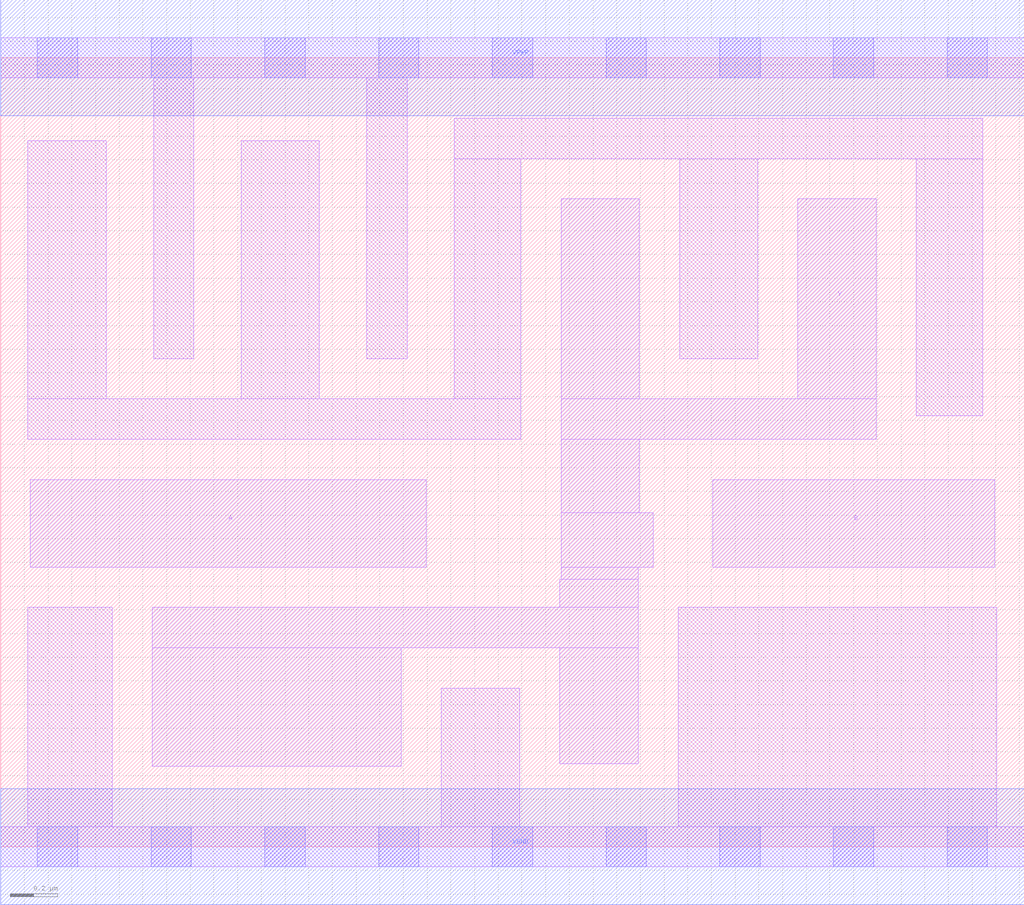
<source format=lef>
# Copyright 2020 The SkyWater PDK Authors
#
# Licensed under the Apache License, Version 2.0 (the "License");
# you may not use this file except in compliance with the License.
# You may obtain a copy of the License at
#
#     https://www.apache.org/licenses/LICENSE-2.0
#
# Unless required by applicable law or agreed to in writing, software
# distributed under the License is distributed on an "AS IS" BASIS,
# WITHOUT WARRANTIES OR CONDITIONS OF ANY KIND, either express or implied.
# See the License for the specific language governing permissions and
# limitations under the License.
#
# SPDX-License-Identifier: Apache-2.0

VERSION 5.7 ;
  NAMESCASESENSITIVE ON ;
  NOWIREEXTENSIONATPIN ON ;
  DIVIDERCHAR "/" ;
  BUSBITCHARS "[]" ;
UNITS
  DATABASE MICRONS 200 ;
END UNITS
MACRO sky130_fd_sc_ls__nor2_4
  CLASS CORE ;
  SOURCE USER ;
  FOREIGN sky130_fd_sc_ls__nor2_4 ;
  ORIGIN  0.000000  0.000000 ;
  SIZE  4.320000 BY  3.330000 ;
  SYMMETRY X Y ;
  SITE unit ;
  PIN A
    ANTENNAGATEAREA  0.894000 ;
    DIRECTION INPUT ;
    USE SIGNAL ;
    PORT
      LAYER li1 ;
        RECT 0.125000 1.180000 1.795000 1.550000 ;
    END
  END A
  PIN B
    ANTENNAGATEAREA  0.894000 ;
    DIRECTION INPUT ;
    USE SIGNAL ;
    PORT
      LAYER li1 ;
        RECT 3.005000 1.180000 4.195000 1.550000 ;
    END
  END B
  PIN Y
    ANTENNADIFFAREA  1.793600 ;
    DIRECTION OUTPUT ;
    USE SIGNAL ;
    PORT
      LAYER li1 ;
        RECT 0.640000 0.340000 1.690000 0.840000 ;
        RECT 0.640000 0.840000 2.690000 1.010000 ;
        RECT 2.360000 0.350000 2.690000 0.840000 ;
        RECT 2.360000 1.010000 2.690000 1.130000 ;
        RECT 2.365000 1.130000 2.690000 1.180000 ;
        RECT 2.365000 1.180000 2.755000 1.410000 ;
        RECT 2.365000 1.410000 2.695000 1.720000 ;
        RECT 2.365000 1.720000 3.695000 1.890000 ;
        RECT 2.365000 1.890000 2.695000 2.735000 ;
        RECT 3.365000 1.890000 3.695000 2.735000 ;
    END
  END Y
  PIN VGND
    DIRECTION INOUT ;
    SHAPE ABUTMENT ;
    USE GROUND ;
    PORT
      LAYER met1 ;
        RECT 0.000000 -0.245000 4.320000 0.245000 ;
    END
  END VGND
  PIN VPWR
    DIRECTION INOUT ;
    SHAPE ABUTMENT ;
    USE POWER ;
    PORT
      LAYER met1 ;
        RECT 0.000000 3.085000 4.320000 3.575000 ;
    END
  END VPWR
  OBS
    LAYER li1 ;
      RECT 0.000000 -0.085000 4.320000 0.085000 ;
      RECT 0.000000  3.245000 4.320000 3.415000 ;
      RECT 0.115000  0.085000 0.470000 1.010000 ;
      RECT 0.115000  1.720000 2.195000 1.890000 ;
      RECT 0.115000  1.890000 0.445000 2.980000 ;
      RECT 0.645000  2.060000 0.815000 3.245000 ;
      RECT 1.015000  1.890000 1.345000 2.980000 ;
      RECT 1.545000  2.060000 1.715000 3.245000 ;
      RECT 1.860000  0.085000 2.190000 0.670000 ;
      RECT 1.915000  1.890000 2.195000 2.905000 ;
      RECT 1.915000  2.905000 4.145000 3.075000 ;
      RECT 2.860000  0.085000 4.205000 1.010000 ;
      RECT 2.865000  2.060000 3.195000 2.905000 ;
      RECT 3.865000  1.820000 4.145000 2.905000 ;
    LAYER mcon ;
      RECT 0.155000 -0.085000 0.325000 0.085000 ;
      RECT 0.155000  3.245000 0.325000 3.415000 ;
      RECT 0.635000 -0.085000 0.805000 0.085000 ;
      RECT 0.635000  3.245000 0.805000 3.415000 ;
      RECT 1.115000 -0.085000 1.285000 0.085000 ;
      RECT 1.115000  3.245000 1.285000 3.415000 ;
      RECT 1.595000 -0.085000 1.765000 0.085000 ;
      RECT 1.595000  3.245000 1.765000 3.415000 ;
      RECT 2.075000 -0.085000 2.245000 0.085000 ;
      RECT 2.075000  3.245000 2.245000 3.415000 ;
      RECT 2.555000 -0.085000 2.725000 0.085000 ;
      RECT 2.555000  3.245000 2.725000 3.415000 ;
      RECT 3.035000 -0.085000 3.205000 0.085000 ;
      RECT 3.035000  3.245000 3.205000 3.415000 ;
      RECT 3.515000 -0.085000 3.685000 0.085000 ;
      RECT 3.515000  3.245000 3.685000 3.415000 ;
      RECT 3.995000 -0.085000 4.165000 0.085000 ;
      RECT 3.995000  3.245000 4.165000 3.415000 ;
  END
END sky130_fd_sc_ls__nor2_4

</source>
